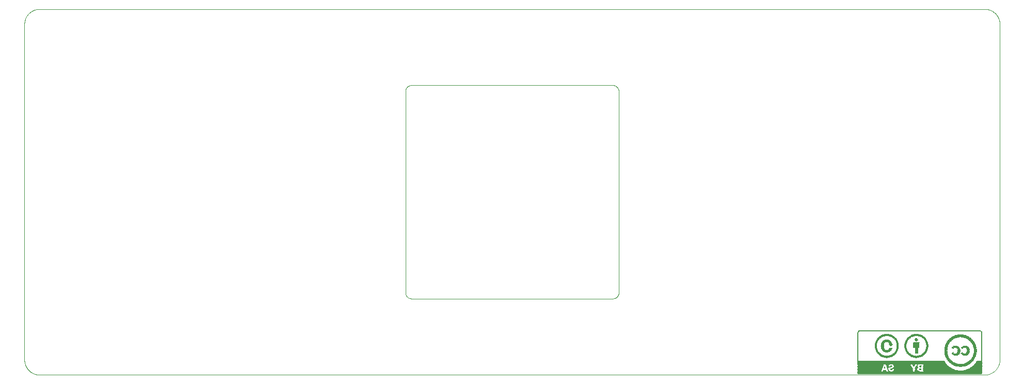
<source format=gbo>
G75*
%MOIN*%
%OFA0B0*%
%FSLAX25Y25*%
%IPPOS*%
%LPD*%
%AMOC8*
5,1,8,0,0,1.08239X$1,22.5*
%
%ADD10C,0.00039*%
%ADD11C,0.00000*%
%ADD12R,0.79800X0.00200*%
%ADD13R,0.80200X0.00200*%
%ADD14R,0.80600X0.00200*%
%ADD15R,0.38200X0.00200*%
%ADD16R,0.03400X0.00200*%
%ADD17R,0.13400X0.00200*%
%ADD18R,0.01200X0.00200*%
%ADD19R,0.02400X0.00200*%
%ADD20R,0.15600X0.00200*%
%ADD21R,0.12800X0.00200*%
%ADD22R,0.00800X0.00200*%
%ADD23R,0.02200X0.00200*%
%ADD24R,0.15400X0.00200*%
%ADD25R,0.02000X0.00200*%
%ADD26R,0.12600X0.00200*%
%ADD27R,0.00400X0.00200*%
%ADD28R,0.12200X0.00200*%
%ADD29R,0.22400X0.00200*%
%ADD30R,0.01800X0.00200*%
%ADD31R,0.12400X0.00200*%
%ADD32R,0.11200X0.00200*%
%ADD33R,0.21400X0.00200*%
%ADD34R,0.10600X0.00200*%
%ADD35R,0.20600X0.00200*%
%ADD36R,0.01400X0.00200*%
%ADD37R,0.01600X0.00200*%
%ADD38R,0.15800X0.00200*%
%ADD39R,0.10000X0.00200*%
%ADD40R,0.20200X0.00200*%
%ADD41R,0.00600X0.00200*%
%ADD42R,0.09400X0.00200*%
%ADD43R,0.19600X0.00200*%
%ADD44R,0.12000X0.00200*%
%ADD45R,0.09000X0.00200*%
%ADD46R,0.19200X0.00200*%
%ADD47R,0.16000X0.00200*%
%ADD48R,0.08600X0.00200*%
%ADD49R,0.18800X0.00200*%
%ADD50R,0.14000X0.00200*%
%ADD51R,0.08200X0.00200*%
%ADD52R,0.18400X0.00200*%
%ADD53R,0.13200X0.00200*%
%ADD54R,0.16200X0.00200*%
%ADD55R,0.07800X0.00200*%
%ADD56R,0.18000X0.00200*%
%ADD57R,0.01000X0.00200*%
%ADD58R,0.07600X0.00200*%
%ADD59R,0.17600X0.00200*%
%ADD60R,0.07200X0.00200*%
%ADD61R,0.17400X0.00200*%
%ADD62R,0.11800X0.00200*%
%ADD63R,0.16400X0.00200*%
%ADD64R,0.07000X0.00200*%
%ADD65R,0.17200X0.00200*%
%ADD66R,0.11600X0.00200*%
%ADD67R,0.02600X0.00200*%
%ADD68R,0.00200X0.00200*%
%ADD69R,0.06600X0.00200*%
%ADD70R,0.16800X0.00200*%
%ADD71R,0.11400X0.00200*%
%ADD72R,0.06400X0.00200*%
%ADD73R,0.04800X0.00200*%
%ADD74R,0.16600X0.00200*%
%ADD75R,0.06200X0.00200*%
%ADD76R,0.06000X0.00200*%
%ADD77R,0.07400X0.00200*%
%ADD78R,0.11000X0.00200*%
%ADD79R,0.05800X0.00200*%
%ADD80R,0.08400X0.00200*%
%ADD81R,0.05600X0.00200*%
%ADD82R,0.09200X0.00200*%
%ADD83R,0.05400X0.00200*%
%ADD84R,0.17000X0.00200*%
%ADD85R,0.05200X0.00200*%
%ADD86R,0.05000X0.00200*%
%ADD87R,0.35000X0.00200*%
%ADD88R,0.21200X0.00200*%
%ADD89R,0.04600X0.00200*%
%ADD90R,0.57400X0.00200*%
%ADD91R,0.04000X0.00200*%
%ADD92R,0.57200X0.00200*%
%ADD93R,0.04400X0.00200*%
%ADD94R,0.03600X0.00200*%
%ADD95R,0.57000X0.00200*%
%ADD96R,0.03200X0.00200*%
%ADD97R,0.56800X0.00200*%
%ADD98R,0.04200X0.00200*%
%ADD99R,0.03000X0.00200*%
%ADD100R,0.02800X0.00200*%
%ADD101R,0.56600X0.00200*%
%ADD102R,0.03800X0.00200*%
%ADD103R,0.56400X0.00200*%
%ADD104R,0.56200X0.00200*%
%ADD105R,0.09800X0.00200*%
%ADD106R,0.06800X0.00200*%
%ADD107R,0.79400X0.00200*%
%ADD108R,0.79000X0.00200*%
%ADD109R,0.77800X0.00200*%
D10*
X0032245Y0014343D02*
X0032245Y0230878D01*
X0032244Y0230878D02*
X0032247Y0231116D01*
X0032255Y0231354D01*
X0032270Y0231591D01*
X0032290Y0231828D01*
X0032316Y0232064D01*
X0032347Y0232300D01*
X0032384Y0232535D01*
X0032427Y0232769D01*
X0032476Y0233002D01*
X0032530Y0233234D01*
X0032590Y0233464D01*
X0032655Y0233693D01*
X0032726Y0233920D01*
X0032802Y0234145D01*
X0032884Y0234368D01*
X0032971Y0234590D01*
X0033063Y0234809D01*
X0033161Y0235026D01*
X0033263Y0235240D01*
X0033371Y0235452D01*
X0033485Y0235662D01*
X0033603Y0235868D01*
X0033726Y0236072D01*
X0033854Y0236272D01*
X0033986Y0236469D01*
X0034124Y0236664D01*
X0034266Y0236854D01*
X0034413Y0237042D01*
X0034564Y0237225D01*
X0034719Y0237405D01*
X0034879Y0237581D01*
X0035043Y0237753D01*
X0035212Y0237922D01*
X0035384Y0238086D01*
X0035560Y0238246D01*
X0035740Y0238401D01*
X0035923Y0238552D01*
X0036111Y0238699D01*
X0036301Y0238841D01*
X0036496Y0238979D01*
X0036693Y0239111D01*
X0036893Y0239239D01*
X0037097Y0239362D01*
X0037303Y0239480D01*
X0037513Y0239594D01*
X0037725Y0239702D01*
X0037939Y0239804D01*
X0038156Y0239902D01*
X0038375Y0239994D01*
X0038597Y0240081D01*
X0038820Y0240163D01*
X0039045Y0240239D01*
X0039272Y0240310D01*
X0039501Y0240375D01*
X0039731Y0240435D01*
X0039963Y0240489D01*
X0040196Y0240538D01*
X0040430Y0240581D01*
X0040665Y0240618D01*
X0040901Y0240649D01*
X0041137Y0240675D01*
X0041374Y0240695D01*
X0041611Y0240710D01*
X0041849Y0240718D01*
X0042087Y0240721D01*
X0042087Y0240720D02*
X0652323Y0240720D01*
X0652323Y0240721D02*
X0652561Y0240718D01*
X0652799Y0240710D01*
X0653036Y0240695D01*
X0653273Y0240675D01*
X0653509Y0240649D01*
X0653745Y0240618D01*
X0653980Y0240581D01*
X0654214Y0240538D01*
X0654447Y0240489D01*
X0654679Y0240435D01*
X0654909Y0240375D01*
X0655138Y0240310D01*
X0655365Y0240239D01*
X0655590Y0240163D01*
X0655813Y0240081D01*
X0656035Y0239994D01*
X0656254Y0239902D01*
X0656471Y0239804D01*
X0656685Y0239702D01*
X0656897Y0239594D01*
X0657107Y0239480D01*
X0657313Y0239362D01*
X0657517Y0239239D01*
X0657717Y0239111D01*
X0657914Y0238979D01*
X0658109Y0238841D01*
X0658299Y0238699D01*
X0658487Y0238552D01*
X0658670Y0238401D01*
X0658850Y0238246D01*
X0659026Y0238086D01*
X0659198Y0237922D01*
X0659367Y0237753D01*
X0659531Y0237581D01*
X0659691Y0237405D01*
X0659846Y0237225D01*
X0659997Y0237042D01*
X0660144Y0236854D01*
X0660286Y0236664D01*
X0660424Y0236469D01*
X0660556Y0236272D01*
X0660684Y0236072D01*
X0660807Y0235868D01*
X0660925Y0235662D01*
X0661039Y0235452D01*
X0661147Y0235240D01*
X0661249Y0235026D01*
X0661347Y0234809D01*
X0661439Y0234590D01*
X0661526Y0234368D01*
X0661608Y0234145D01*
X0661684Y0233920D01*
X0661755Y0233693D01*
X0661820Y0233464D01*
X0661880Y0233234D01*
X0661934Y0233002D01*
X0661983Y0232769D01*
X0662026Y0232535D01*
X0662063Y0232300D01*
X0662094Y0232064D01*
X0662120Y0231828D01*
X0662140Y0231591D01*
X0662155Y0231354D01*
X0662163Y0231116D01*
X0662166Y0230878D01*
X0662166Y0014343D01*
X0662163Y0014105D01*
X0662155Y0013867D01*
X0662140Y0013630D01*
X0662120Y0013393D01*
X0662094Y0013157D01*
X0662063Y0012921D01*
X0662026Y0012686D01*
X0661983Y0012452D01*
X0661934Y0012219D01*
X0661880Y0011987D01*
X0661820Y0011757D01*
X0661755Y0011528D01*
X0661684Y0011301D01*
X0661608Y0011076D01*
X0661526Y0010853D01*
X0661439Y0010631D01*
X0661347Y0010412D01*
X0661249Y0010195D01*
X0661147Y0009981D01*
X0661039Y0009769D01*
X0660925Y0009559D01*
X0660807Y0009353D01*
X0660684Y0009149D01*
X0660556Y0008949D01*
X0660424Y0008752D01*
X0660286Y0008557D01*
X0660144Y0008367D01*
X0659997Y0008179D01*
X0659846Y0007996D01*
X0659691Y0007816D01*
X0659531Y0007640D01*
X0659367Y0007468D01*
X0659198Y0007299D01*
X0659026Y0007135D01*
X0658850Y0006975D01*
X0658670Y0006820D01*
X0658487Y0006669D01*
X0658299Y0006522D01*
X0658109Y0006380D01*
X0657914Y0006242D01*
X0657717Y0006110D01*
X0657517Y0005982D01*
X0657313Y0005859D01*
X0657107Y0005741D01*
X0656897Y0005627D01*
X0656685Y0005519D01*
X0656471Y0005417D01*
X0656254Y0005319D01*
X0656035Y0005227D01*
X0655813Y0005140D01*
X0655590Y0005058D01*
X0655365Y0004982D01*
X0655138Y0004911D01*
X0654909Y0004846D01*
X0654679Y0004786D01*
X0654447Y0004732D01*
X0654214Y0004683D01*
X0653980Y0004640D01*
X0653745Y0004603D01*
X0653509Y0004572D01*
X0653273Y0004546D01*
X0653036Y0004526D01*
X0652799Y0004511D01*
X0652561Y0004503D01*
X0652323Y0004500D01*
X0042087Y0004500D01*
X0041849Y0004503D01*
X0041611Y0004511D01*
X0041374Y0004526D01*
X0041137Y0004546D01*
X0040901Y0004572D01*
X0040665Y0004603D01*
X0040430Y0004640D01*
X0040196Y0004683D01*
X0039963Y0004732D01*
X0039731Y0004786D01*
X0039501Y0004846D01*
X0039272Y0004911D01*
X0039045Y0004982D01*
X0038820Y0005058D01*
X0038597Y0005140D01*
X0038375Y0005227D01*
X0038156Y0005319D01*
X0037939Y0005417D01*
X0037725Y0005519D01*
X0037513Y0005627D01*
X0037303Y0005741D01*
X0037097Y0005859D01*
X0036893Y0005982D01*
X0036693Y0006110D01*
X0036496Y0006242D01*
X0036301Y0006380D01*
X0036111Y0006522D01*
X0035923Y0006669D01*
X0035740Y0006820D01*
X0035560Y0006975D01*
X0035384Y0007135D01*
X0035212Y0007299D01*
X0035043Y0007468D01*
X0034879Y0007640D01*
X0034719Y0007816D01*
X0034564Y0007996D01*
X0034413Y0008179D01*
X0034266Y0008367D01*
X0034124Y0008557D01*
X0033986Y0008752D01*
X0033854Y0008949D01*
X0033726Y0009149D01*
X0033603Y0009353D01*
X0033485Y0009559D01*
X0033371Y0009769D01*
X0033263Y0009981D01*
X0033161Y0010195D01*
X0033063Y0010412D01*
X0032971Y0010631D01*
X0032884Y0010853D01*
X0032802Y0011076D01*
X0032726Y0011301D01*
X0032655Y0011528D01*
X0032590Y0011757D01*
X0032530Y0011987D01*
X0032476Y0012219D01*
X0032427Y0012452D01*
X0032384Y0012686D01*
X0032347Y0012921D01*
X0032316Y0013157D01*
X0032290Y0013393D01*
X0032270Y0013630D01*
X0032255Y0013867D01*
X0032247Y0014105D01*
X0032244Y0014343D01*
D11*
X0278308Y0057650D02*
X0278308Y0187571D01*
X0278310Y0187695D01*
X0278316Y0187818D01*
X0278325Y0187942D01*
X0278339Y0188064D01*
X0278356Y0188187D01*
X0278378Y0188309D01*
X0278403Y0188430D01*
X0278432Y0188550D01*
X0278464Y0188669D01*
X0278501Y0188788D01*
X0278541Y0188905D01*
X0278584Y0189020D01*
X0278632Y0189135D01*
X0278683Y0189247D01*
X0278737Y0189358D01*
X0278795Y0189468D01*
X0278856Y0189575D01*
X0278921Y0189681D01*
X0278989Y0189784D01*
X0279060Y0189885D01*
X0279134Y0189984D01*
X0279211Y0190081D01*
X0279292Y0190175D01*
X0279375Y0190266D01*
X0279461Y0190355D01*
X0279550Y0190441D01*
X0279641Y0190524D01*
X0279735Y0190605D01*
X0279832Y0190682D01*
X0279931Y0190756D01*
X0280032Y0190827D01*
X0280135Y0190895D01*
X0280241Y0190960D01*
X0280348Y0191021D01*
X0280458Y0191079D01*
X0280569Y0191133D01*
X0280681Y0191184D01*
X0280796Y0191232D01*
X0280911Y0191275D01*
X0281028Y0191315D01*
X0281147Y0191352D01*
X0281266Y0191384D01*
X0281386Y0191413D01*
X0281507Y0191438D01*
X0281629Y0191460D01*
X0281752Y0191477D01*
X0281874Y0191491D01*
X0281998Y0191500D01*
X0282121Y0191506D01*
X0282245Y0191508D01*
X0412166Y0191508D01*
X0412290Y0191506D01*
X0412413Y0191500D01*
X0412537Y0191491D01*
X0412659Y0191477D01*
X0412782Y0191460D01*
X0412904Y0191438D01*
X0413025Y0191413D01*
X0413145Y0191384D01*
X0413264Y0191352D01*
X0413383Y0191315D01*
X0413500Y0191275D01*
X0413615Y0191232D01*
X0413730Y0191184D01*
X0413842Y0191133D01*
X0413953Y0191079D01*
X0414063Y0191021D01*
X0414170Y0190960D01*
X0414276Y0190895D01*
X0414379Y0190827D01*
X0414480Y0190756D01*
X0414579Y0190682D01*
X0414676Y0190605D01*
X0414770Y0190524D01*
X0414861Y0190441D01*
X0414950Y0190355D01*
X0415036Y0190266D01*
X0415119Y0190175D01*
X0415200Y0190081D01*
X0415277Y0189984D01*
X0415351Y0189885D01*
X0415422Y0189784D01*
X0415490Y0189681D01*
X0415555Y0189575D01*
X0415616Y0189468D01*
X0415674Y0189358D01*
X0415728Y0189247D01*
X0415779Y0189135D01*
X0415827Y0189020D01*
X0415870Y0188905D01*
X0415910Y0188788D01*
X0415947Y0188669D01*
X0415979Y0188550D01*
X0416008Y0188430D01*
X0416033Y0188309D01*
X0416055Y0188187D01*
X0416072Y0188064D01*
X0416086Y0187942D01*
X0416095Y0187818D01*
X0416101Y0187695D01*
X0416103Y0187571D01*
X0416103Y0057650D01*
X0416101Y0057526D01*
X0416095Y0057403D01*
X0416086Y0057279D01*
X0416072Y0057157D01*
X0416055Y0057034D01*
X0416033Y0056912D01*
X0416008Y0056791D01*
X0415979Y0056671D01*
X0415947Y0056552D01*
X0415910Y0056433D01*
X0415870Y0056316D01*
X0415827Y0056201D01*
X0415779Y0056086D01*
X0415728Y0055974D01*
X0415674Y0055863D01*
X0415616Y0055753D01*
X0415555Y0055646D01*
X0415490Y0055540D01*
X0415422Y0055437D01*
X0415351Y0055336D01*
X0415277Y0055237D01*
X0415200Y0055140D01*
X0415119Y0055046D01*
X0415036Y0054955D01*
X0414950Y0054866D01*
X0414861Y0054780D01*
X0414770Y0054697D01*
X0414676Y0054616D01*
X0414579Y0054539D01*
X0414480Y0054465D01*
X0414379Y0054394D01*
X0414276Y0054326D01*
X0414170Y0054261D01*
X0414063Y0054200D01*
X0413953Y0054142D01*
X0413842Y0054088D01*
X0413730Y0054037D01*
X0413615Y0053989D01*
X0413500Y0053946D01*
X0413383Y0053906D01*
X0413264Y0053869D01*
X0413145Y0053837D01*
X0413025Y0053808D01*
X0412904Y0053783D01*
X0412782Y0053761D01*
X0412659Y0053744D01*
X0412537Y0053730D01*
X0412413Y0053721D01*
X0412290Y0053715D01*
X0412166Y0053713D01*
X0282245Y0053713D01*
X0282121Y0053715D01*
X0281998Y0053721D01*
X0281874Y0053730D01*
X0281752Y0053744D01*
X0281629Y0053761D01*
X0281507Y0053783D01*
X0281386Y0053808D01*
X0281266Y0053837D01*
X0281147Y0053869D01*
X0281028Y0053906D01*
X0280911Y0053946D01*
X0280796Y0053989D01*
X0280681Y0054037D01*
X0280569Y0054088D01*
X0280458Y0054142D01*
X0280348Y0054200D01*
X0280241Y0054261D01*
X0280135Y0054326D01*
X0280032Y0054394D01*
X0279931Y0054465D01*
X0279832Y0054539D01*
X0279735Y0054616D01*
X0279641Y0054697D01*
X0279550Y0054780D01*
X0279461Y0054866D01*
X0279375Y0054955D01*
X0279292Y0055046D01*
X0279211Y0055140D01*
X0279134Y0055237D01*
X0279060Y0055336D01*
X0278989Y0055437D01*
X0278921Y0055540D01*
X0278856Y0055646D01*
X0278795Y0055753D01*
X0278737Y0055863D01*
X0278683Y0055974D01*
X0278632Y0056086D01*
X0278584Y0056201D01*
X0278541Y0056316D01*
X0278501Y0056433D01*
X0278464Y0056552D01*
X0278432Y0056671D01*
X0278403Y0056791D01*
X0278378Y0056912D01*
X0278356Y0057034D01*
X0278339Y0057157D01*
X0278325Y0057279D01*
X0278316Y0057403D01*
X0278310Y0057526D01*
X0278308Y0057650D01*
D12*
X0610545Y0005000D03*
D13*
X0610545Y0005200D03*
D14*
X0610545Y0005400D03*
X0610545Y0005600D03*
X0610545Y0005800D03*
X0610545Y0006000D03*
X0610545Y0006200D03*
X0610545Y0006400D03*
D15*
X0631745Y0006600D03*
X0631745Y0006800D03*
X0631745Y0007000D03*
D16*
X0632145Y0011800D03*
X0631745Y0012000D03*
X0608745Y0006600D03*
X0590745Y0009600D03*
X0631745Y0028000D03*
X0641745Y0028000D03*
X0605545Y0029400D03*
D17*
X0599545Y0006600D03*
D18*
X0592045Y0007600D03*
X0590645Y0006600D03*
X0589645Y0009800D03*
X0592045Y0009800D03*
X0592045Y0010000D03*
X0606645Y0010600D03*
X0611045Y0010200D03*
X0631845Y0018400D03*
X0637845Y0018400D03*
X0615245Y0021600D03*
X0615245Y0021800D03*
X0615245Y0022000D03*
X0615245Y0022200D03*
X0615445Y0023000D03*
X0615445Y0023200D03*
X0615245Y0024000D03*
X0615245Y0024200D03*
X0615245Y0024400D03*
X0615245Y0024600D03*
X0615045Y0025200D03*
X0608245Y0026200D03*
X0608245Y0027800D03*
X0601645Y0025600D03*
X0601645Y0025400D03*
X0601445Y0024800D03*
X0601245Y0024200D03*
X0601245Y0024000D03*
X0601245Y0023800D03*
X0601245Y0023600D03*
X0601245Y0023400D03*
X0601245Y0023200D03*
X0601245Y0023000D03*
X0601245Y0022800D03*
X0601245Y0022600D03*
X0601245Y0022400D03*
X0601245Y0022200D03*
X0601245Y0022000D03*
X0601245Y0021800D03*
X0601445Y0021200D03*
X0601645Y0020600D03*
X0596245Y0021800D03*
X0596245Y0022000D03*
X0596245Y0022200D03*
X0596245Y0022400D03*
X0596245Y0022600D03*
X0596245Y0022800D03*
X0596245Y0023000D03*
X0596245Y0023200D03*
X0596245Y0023400D03*
X0596245Y0023600D03*
X0596245Y0023800D03*
X0596245Y0024000D03*
X0596245Y0024200D03*
X0596045Y0024800D03*
X0596045Y0025000D03*
X0595845Y0025400D03*
X0596045Y0021200D03*
X0595845Y0020600D03*
X0582645Y0020400D03*
X0582445Y0020800D03*
X0582445Y0021000D03*
X0582245Y0021600D03*
X0582245Y0021800D03*
X0582245Y0022000D03*
X0582245Y0022200D03*
X0582245Y0022400D03*
X0582245Y0023600D03*
X0582245Y0023800D03*
X0582245Y0024000D03*
X0582245Y0024200D03*
X0582245Y0024400D03*
X0582245Y0024600D03*
X0582445Y0025000D03*
X0582445Y0025200D03*
X0614845Y0020400D03*
X0615045Y0021000D03*
D19*
X0604445Y0017200D03*
X0593045Y0017200D03*
X0592645Y0017000D03*
X0591045Y0020400D03*
X0592845Y0029000D03*
X0585445Y0029000D03*
X0604645Y0029000D03*
X0612045Y0029000D03*
X0629245Y0025800D03*
X0629445Y0026000D03*
X0629645Y0026200D03*
X0629845Y0026400D03*
X0633645Y0017000D03*
X0629245Y0014200D03*
X0629045Y0014400D03*
X0639645Y0017000D03*
X0643645Y0013400D03*
X0643845Y0013600D03*
X0644045Y0013800D03*
X0644445Y0025600D03*
X0643845Y0026400D03*
X0608445Y0006800D03*
X0589645Y0011000D03*
X0587845Y0006600D03*
D20*
X0578045Y0006600D03*
X0578045Y0007000D03*
X0578045Y0007200D03*
X0578045Y0007400D03*
X0620445Y0010600D03*
D21*
X0599645Y0006800D03*
D22*
X0606645Y0010200D03*
X0608645Y0010200D03*
X0608645Y0010000D03*
X0608845Y0010600D03*
X0609045Y0010800D03*
X0609245Y0011000D03*
X0590445Y0006800D03*
X0589845Y0008400D03*
X0589845Y0008600D03*
X0587845Y0008600D03*
X0631845Y0018600D03*
X0632045Y0021400D03*
X0638045Y0021400D03*
X0650045Y0032400D03*
X0571045Y0032400D03*
D23*
X0585145Y0028800D03*
X0587145Y0025400D03*
X0586945Y0025200D03*
X0591145Y0025400D03*
X0591745Y0023800D03*
X0587145Y0020600D03*
X0586945Y0020800D03*
X0585145Y0017400D03*
X0585345Y0017200D03*
X0584745Y0017600D03*
X0593345Y0017400D03*
X0604145Y0017400D03*
X0608345Y0018200D03*
X0608345Y0018400D03*
X0608345Y0018600D03*
X0608345Y0018800D03*
X0608345Y0019000D03*
X0608345Y0019200D03*
X0608345Y0019400D03*
X0608345Y0019600D03*
X0608345Y0019800D03*
X0608345Y0020000D03*
X0608345Y0020200D03*
X0608345Y0020400D03*
X0608345Y0020600D03*
X0608345Y0020800D03*
X0608345Y0021000D03*
X0608345Y0021200D03*
X0608345Y0021400D03*
X0608345Y0021600D03*
X0608345Y0021800D03*
X0612145Y0017200D03*
X0628745Y0014800D03*
X0628945Y0014600D03*
X0629345Y0014000D03*
X0629545Y0013800D03*
X0635145Y0021800D03*
X0641145Y0021800D03*
X0645345Y0024200D03*
X0645145Y0024600D03*
X0644945Y0025000D03*
X0644745Y0025200D03*
X0644545Y0025400D03*
X0644345Y0025800D03*
X0644145Y0026000D03*
X0643945Y0026200D03*
X0629145Y0025600D03*
X0628945Y0025400D03*
X0628545Y0024800D03*
X0628345Y0024400D03*
X0612345Y0028800D03*
X0604345Y0028800D03*
X0603945Y0028600D03*
X0593545Y0028600D03*
X0593145Y0028800D03*
X0587945Y0006800D03*
X0644145Y0014000D03*
X0644345Y0014200D03*
X0644545Y0014400D03*
X0644745Y0014600D03*
X0644745Y0014800D03*
X0644945Y0015000D03*
D24*
X0620345Y0011000D03*
X0620345Y0010800D03*
X0577945Y0006800D03*
D25*
X0587845Y0007000D03*
X0589645Y0010800D03*
X0593645Y0017600D03*
X0593845Y0017800D03*
X0591245Y0020600D03*
X0591445Y0020800D03*
X0589245Y0019000D03*
X0586645Y0021200D03*
X0586445Y0021600D03*
X0586245Y0023000D03*
X0586645Y0024800D03*
X0584645Y0028400D03*
X0584845Y0028600D03*
X0591245Y0025200D03*
X0591445Y0025000D03*
X0593845Y0028400D03*
X0603645Y0028400D03*
X0608245Y0027200D03*
X0608245Y0027000D03*
X0608245Y0026800D03*
X0612645Y0028600D03*
X0612845Y0028400D03*
X0613045Y0028200D03*
X0627845Y0023400D03*
X0628045Y0023800D03*
X0628245Y0024200D03*
X0628445Y0024600D03*
X0628645Y0025000D03*
X0628845Y0025200D03*
X0627645Y0022600D03*
X0632045Y0021800D03*
X0633645Y0023000D03*
X0635245Y0021600D03*
X0638045Y0021800D03*
X0639645Y0023000D03*
X0645045Y0024800D03*
X0645245Y0024400D03*
X0645445Y0024000D03*
X0645645Y0023600D03*
X0645845Y0023000D03*
X0646045Y0022400D03*
X0646045Y0017600D03*
X0645845Y0016800D03*
X0645645Y0016400D03*
X0645645Y0016200D03*
X0645445Y0016000D03*
X0645445Y0015800D03*
X0645245Y0015600D03*
X0645245Y0015400D03*
X0645045Y0015200D03*
X0641445Y0018400D03*
X0641245Y0018200D03*
X0635245Y0018200D03*
X0628645Y0015000D03*
X0628445Y0015200D03*
X0628445Y0015400D03*
X0628245Y0015600D03*
X0628245Y0015800D03*
X0628045Y0016000D03*
X0628045Y0016200D03*
X0627845Y0016600D03*
X0627645Y0017200D03*
X0612645Y0017600D03*
X0612445Y0017400D03*
X0603845Y0017600D03*
X0603645Y0017800D03*
X0608245Y0007000D03*
X0636645Y0009600D03*
D26*
X0599745Y0007000D03*
X0599545Y0008800D03*
D27*
X0606645Y0009800D03*
X0590245Y0007200D03*
X0590245Y0007000D03*
X0590045Y0007400D03*
X0590045Y0007600D03*
X0589845Y0008000D03*
X0587845Y0009200D03*
X0632045Y0018800D03*
X0633645Y0016800D03*
X0638245Y0021200D03*
X0650445Y0031800D03*
X0570645Y0031800D03*
D28*
X0599545Y0009000D03*
X0599945Y0008200D03*
X0599945Y0007800D03*
X0599945Y0007600D03*
X0599945Y0007400D03*
X0644745Y0007200D03*
D29*
X0623845Y0007200D03*
D30*
X0608545Y0009000D03*
X0608545Y0009200D03*
X0608145Y0008600D03*
X0608145Y0007400D03*
X0608145Y0007200D03*
X0606545Y0011000D03*
X0603345Y0018000D03*
X0603145Y0018200D03*
X0602945Y0018400D03*
X0594345Y0018200D03*
X0594145Y0018000D03*
X0591545Y0021000D03*
X0591545Y0021200D03*
X0591745Y0021400D03*
X0591745Y0021600D03*
X0591745Y0023600D03*
X0591745Y0024200D03*
X0591545Y0024600D03*
X0591545Y0024800D03*
X0594345Y0027800D03*
X0594145Y0028000D03*
X0593945Y0028200D03*
X0594745Y0027400D03*
X0602745Y0027400D03*
X0603145Y0027800D03*
X0603345Y0028000D03*
X0603545Y0028200D03*
X0608345Y0027400D03*
X0608345Y0026600D03*
X0613345Y0028000D03*
X0627745Y0023200D03*
X0627745Y0023000D03*
X0627745Y0022800D03*
X0627545Y0022400D03*
X0627545Y0022200D03*
X0627545Y0022000D03*
X0627345Y0021600D03*
X0627345Y0021400D03*
X0627345Y0021200D03*
X0627345Y0021000D03*
X0627345Y0020800D03*
X0627345Y0020600D03*
X0627345Y0020400D03*
X0627345Y0020200D03*
X0627345Y0019600D03*
X0627345Y0019400D03*
X0627345Y0019200D03*
X0627345Y0019000D03*
X0627345Y0018800D03*
X0627345Y0018600D03*
X0627345Y0018400D03*
X0627545Y0017800D03*
X0627545Y0017600D03*
X0627545Y0017400D03*
X0627745Y0017000D03*
X0627745Y0016800D03*
X0627945Y0016400D03*
X0635345Y0018400D03*
X0635545Y0018600D03*
X0635545Y0018800D03*
X0635745Y0019200D03*
X0635745Y0019400D03*
X0635745Y0019600D03*
X0635745Y0019800D03*
X0635745Y0020000D03*
X0635745Y0020200D03*
X0635745Y0020400D03*
X0635745Y0020600D03*
X0635545Y0021200D03*
X0635545Y0021400D03*
X0641345Y0021600D03*
X0641545Y0021400D03*
X0641545Y0021200D03*
X0641745Y0021000D03*
X0641745Y0020800D03*
X0641745Y0020600D03*
X0641745Y0020400D03*
X0641745Y0019600D03*
X0641745Y0019400D03*
X0641745Y0019200D03*
X0641745Y0019000D03*
X0641545Y0018800D03*
X0641545Y0018600D03*
X0637945Y0018200D03*
X0645745Y0016600D03*
X0645945Y0017000D03*
X0645945Y0017200D03*
X0645945Y0017400D03*
X0646145Y0017800D03*
X0646145Y0018000D03*
X0646145Y0018200D03*
X0646345Y0019000D03*
X0646345Y0019200D03*
X0646345Y0019400D03*
X0646345Y0019600D03*
X0646345Y0019800D03*
X0646345Y0020000D03*
X0646345Y0020200D03*
X0646345Y0020400D03*
X0646345Y0020600D03*
X0646345Y0020800D03*
X0646145Y0021600D03*
X0646145Y0021800D03*
X0646145Y0022000D03*
X0646145Y0022200D03*
X0645945Y0022600D03*
X0645945Y0022800D03*
X0645745Y0023200D03*
X0645745Y0023400D03*
X0645545Y0023800D03*
X0628145Y0024000D03*
X0627945Y0023600D03*
X0613745Y0018600D03*
X0613545Y0018400D03*
X0613345Y0018200D03*
X0613145Y0018000D03*
X0612945Y0017800D03*
X0590145Y0009200D03*
X0589545Y0010600D03*
X0587945Y0007400D03*
X0587945Y0007200D03*
X0584545Y0017800D03*
X0584345Y0018000D03*
X0584145Y0018200D03*
X0583945Y0018400D03*
X0583545Y0018800D03*
X0586745Y0021000D03*
X0586545Y0021400D03*
X0586345Y0021800D03*
X0586345Y0022000D03*
X0586345Y0022200D03*
X0586345Y0022400D03*
X0586345Y0022600D03*
X0586345Y0022800D03*
X0586345Y0023200D03*
X0586345Y0023400D03*
X0586345Y0023600D03*
X0586345Y0023800D03*
X0586345Y0024000D03*
X0586345Y0024200D03*
X0586545Y0024400D03*
X0586545Y0024600D03*
X0586745Y0025000D03*
X0583945Y0027800D03*
X0584145Y0028000D03*
X0584345Y0028200D03*
D31*
X0599845Y0007200D03*
D32*
X0599445Y0010000D03*
X0599245Y0010400D03*
X0599045Y0010800D03*
X0598845Y0011000D03*
X0636845Y0028800D03*
X0645245Y0007400D03*
D33*
X0623345Y0007400D03*
D34*
X0636745Y0011000D03*
X0645545Y0007600D03*
X0636745Y0029000D03*
D35*
X0622945Y0007600D03*
D36*
X0610945Y0007600D03*
X0610945Y0009600D03*
X0610945Y0009800D03*
X0610945Y0010000D03*
X0608545Y0009600D03*
X0608545Y0009400D03*
X0589945Y0009000D03*
X0589545Y0010000D03*
X0595145Y0019200D03*
X0595345Y0019600D03*
X0595545Y0019800D03*
X0595545Y0020000D03*
X0595745Y0020200D03*
X0595745Y0020400D03*
X0595945Y0020800D03*
X0595945Y0021000D03*
X0596145Y0021400D03*
X0596145Y0021600D03*
X0596145Y0024400D03*
X0596145Y0024600D03*
X0595945Y0025200D03*
X0595745Y0025600D03*
X0595745Y0025800D03*
X0595545Y0026200D03*
X0595345Y0026400D03*
X0595345Y0026600D03*
X0595145Y0026800D03*
X0589345Y0027000D03*
X0583345Y0027000D03*
X0583145Y0026600D03*
X0582945Y0026400D03*
X0582745Y0026000D03*
X0582745Y0025800D03*
X0582545Y0025600D03*
X0582545Y0025400D03*
X0582345Y0024800D03*
X0582145Y0023400D03*
X0582145Y0023200D03*
X0582145Y0023000D03*
X0582145Y0022800D03*
X0582145Y0022600D03*
X0582345Y0021400D03*
X0582345Y0021200D03*
X0582545Y0020600D03*
X0582745Y0020200D03*
X0582745Y0020000D03*
X0582945Y0019800D03*
X0582945Y0019600D03*
X0583145Y0019400D03*
X0591745Y0023400D03*
X0601345Y0024400D03*
X0601345Y0024600D03*
X0601545Y0025000D03*
X0601545Y0025200D03*
X0601745Y0025800D03*
X0601945Y0026200D03*
X0602145Y0026600D03*
X0602345Y0026800D03*
X0601345Y0021600D03*
X0601345Y0021400D03*
X0601545Y0021000D03*
X0601545Y0020800D03*
X0601745Y0020400D03*
X0601745Y0020200D03*
X0601945Y0020000D03*
X0601945Y0019800D03*
X0602145Y0019600D03*
X0602345Y0019200D03*
X0614345Y0019400D03*
X0614545Y0019800D03*
X0614745Y0020000D03*
X0614745Y0020200D03*
X0614945Y0020600D03*
X0614945Y0020800D03*
X0615145Y0021200D03*
X0615145Y0021400D03*
X0615345Y0022400D03*
X0615345Y0022600D03*
X0615345Y0022800D03*
X0615345Y0023400D03*
X0615345Y0023600D03*
X0615345Y0023800D03*
X0615145Y0024800D03*
X0615145Y0025000D03*
X0614945Y0025400D03*
X0614945Y0025600D03*
X0614745Y0025800D03*
X0614745Y0026000D03*
X0614545Y0026200D03*
X0614545Y0026400D03*
X0614345Y0026600D03*
X0631945Y0021600D03*
X0637945Y0021600D03*
D37*
X0635645Y0021000D03*
X0635645Y0020800D03*
X0635645Y0019000D03*
X0631845Y0018200D03*
X0627445Y0018200D03*
X0627445Y0018000D03*
X0627245Y0019800D03*
X0627245Y0020000D03*
X0627445Y0021800D03*
X0614445Y0019600D03*
X0614245Y0019200D03*
X0614045Y0019000D03*
X0613845Y0018800D03*
X0608245Y0015400D03*
X0606645Y0010800D03*
X0608245Y0008800D03*
X0608045Y0008400D03*
X0608045Y0008200D03*
X0608045Y0008000D03*
X0608045Y0007800D03*
X0608045Y0007600D03*
X0610845Y0007800D03*
X0610845Y0008000D03*
X0610845Y0008200D03*
X0610845Y0008400D03*
X0592245Y0008200D03*
X0592045Y0008000D03*
X0592045Y0007800D03*
X0589645Y0010200D03*
X0589645Y0010400D03*
X0589245Y0015400D03*
X0594445Y0018400D03*
X0594645Y0018600D03*
X0594845Y0018800D03*
X0595045Y0019000D03*
X0595245Y0019400D03*
X0602245Y0019400D03*
X0602445Y0019000D03*
X0602645Y0018800D03*
X0602845Y0018600D03*
X0601845Y0026000D03*
X0602045Y0026400D03*
X0602445Y0027000D03*
X0602645Y0027200D03*
X0602845Y0027600D03*
X0608245Y0027600D03*
X0608245Y0026400D03*
X0613445Y0027800D03*
X0613645Y0027600D03*
X0613845Y0027400D03*
X0614045Y0027200D03*
X0614045Y0027000D03*
X0614245Y0026800D03*
X0595645Y0026000D03*
X0595045Y0027000D03*
X0594845Y0027200D03*
X0594645Y0027600D03*
X0591645Y0024400D03*
X0583845Y0027600D03*
X0583645Y0027400D03*
X0583445Y0027200D03*
X0583245Y0026800D03*
X0582845Y0026200D03*
X0583245Y0019200D03*
X0583445Y0019000D03*
X0583645Y0018600D03*
X0641845Y0019800D03*
X0641845Y0020000D03*
X0641845Y0020200D03*
X0646245Y0021000D03*
X0646245Y0021200D03*
X0646245Y0021400D03*
X0646245Y0018800D03*
X0646245Y0018600D03*
X0646245Y0018400D03*
D38*
X0578145Y0008000D03*
X0578145Y0007800D03*
X0578145Y0007600D03*
D39*
X0636845Y0010800D03*
X0645845Y0007800D03*
D40*
X0622745Y0007800D03*
D41*
X0608745Y0010400D03*
X0606545Y0010000D03*
X0589945Y0008200D03*
X0589945Y0007800D03*
X0587945Y0008800D03*
X0587945Y0009000D03*
X0570545Y0013400D03*
X0570545Y0013600D03*
X0570545Y0013800D03*
X0570545Y0014000D03*
X0570545Y0014200D03*
X0570545Y0014400D03*
X0570545Y0014600D03*
X0570545Y0014800D03*
X0570545Y0015000D03*
X0570545Y0015200D03*
X0570545Y0015400D03*
X0570545Y0015600D03*
X0570545Y0015800D03*
X0570545Y0016000D03*
X0570545Y0016200D03*
X0570545Y0016400D03*
X0570545Y0016600D03*
X0570545Y0016800D03*
X0570545Y0017000D03*
X0570545Y0017200D03*
X0570545Y0017400D03*
X0570545Y0017600D03*
X0570545Y0017800D03*
X0570545Y0018000D03*
X0570545Y0018200D03*
X0570545Y0018400D03*
X0570545Y0018600D03*
X0570545Y0018800D03*
X0570545Y0019000D03*
X0570545Y0019200D03*
X0570545Y0019400D03*
X0570545Y0019600D03*
X0570545Y0019800D03*
X0570545Y0020000D03*
X0570545Y0020200D03*
X0570545Y0020400D03*
X0570545Y0020600D03*
X0570545Y0020800D03*
X0570545Y0021000D03*
X0570545Y0021200D03*
X0570545Y0021400D03*
X0570545Y0021600D03*
X0570545Y0021800D03*
X0570545Y0022000D03*
X0570545Y0022200D03*
X0570545Y0022400D03*
X0570545Y0022600D03*
X0570545Y0022800D03*
X0570545Y0023000D03*
X0570545Y0023200D03*
X0570545Y0023400D03*
X0570545Y0023600D03*
X0570545Y0023800D03*
X0570545Y0024000D03*
X0570545Y0024200D03*
X0570545Y0024400D03*
X0570545Y0024600D03*
X0570545Y0024800D03*
X0570545Y0025000D03*
X0570545Y0025200D03*
X0570545Y0025400D03*
X0570545Y0025600D03*
X0570545Y0025800D03*
X0570545Y0026000D03*
X0570545Y0026200D03*
X0570545Y0026400D03*
X0570545Y0026600D03*
X0570545Y0026800D03*
X0570545Y0027000D03*
X0570545Y0027200D03*
X0570545Y0027400D03*
X0570545Y0027600D03*
X0570545Y0027800D03*
X0570545Y0028000D03*
X0570545Y0028200D03*
X0570545Y0028400D03*
X0570545Y0028600D03*
X0570545Y0028800D03*
X0570545Y0029000D03*
X0570545Y0029200D03*
X0570545Y0029400D03*
X0570545Y0029600D03*
X0570545Y0029800D03*
X0570545Y0030000D03*
X0570545Y0030200D03*
X0570545Y0030400D03*
X0570545Y0030600D03*
X0570545Y0030800D03*
X0570545Y0031000D03*
X0570545Y0031200D03*
X0570545Y0031400D03*
X0570545Y0031600D03*
X0570745Y0032000D03*
X0570745Y0032200D03*
X0591745Y0023000D03*
X0637945Y0018600D03*
X0639745Y0016800D03*
X0650545Y0016800D03*
X0650545Y0017000D03*
X0650545Y0017200D03*
X0650545Y0017400D03*
X0650545Y0017600D03*
X0650545Y0017800D03*
X0650545Y0018000D03*
X0650545Y0018200D03*
X0650545Y0018400D03*
X0650545Y0018600D03*
X0650545Y0018800D03*
X0650545Y0019000D03*
X0650545Y0019200D03*
X0650545Y0019400D03*
X0650545Y0019600D03*
X0650545Y0019800D03*
X0650545Y0020000D03*
X0650545Y0020200D03*
X0650545Y0020400D03*
X0650545Y0020600D03*
X0650545Y0020800D03*
X0650545Y0021000D03*
X0650545Y0021200D03*
X0650545Y0021400D03*
X0650545Y0021600D03*
X0650545Y0021800D03*
X0650545Y0022000D03*
X0650545Y0022200D03*
X0650545Y0022400D03*
X0650545Y0022600D03*
X0650545Y0022800D03*
X0650545Y0023000D03*
X0650545Y0023200D03*
X0650545Y0023400D03*
X0650545Y0023600D03*
X0650545Y0023800D03*
X0650545Y0024000D03*
X0650545Y0024200D03*
X0650545Y0024400D03*
X0650545Y0024600D03*
X0650545Y0024800D03*
X0650545Y0025000D03*
X0650545Y0025200D03*
X0650545Y0025400D03*
X0650545Y0025600D03*
X0650545Y0025800D03*
X0650545Y0026000D03*
X0650545Y0026200D03*
X0650545Y0026400D03*
X0650545Y0026600D03*
X0650545Y0026800D03*
X0650545Y0027000D03*
X0650545Y0027200D03*
X0650545Y0027400D03*
X0650545Y0027600D03*
X0650545Y0027800D03*
X0650545Y0028000D03*
X0650545Y0028200D03*
X0650545Y0028400D03*
X0650545Y0028600D03*
X0650545Y0028800D03*
X0650545Y0029000D03*
X0650545Y0029200D03*
X0650545Y0029400D03*
X0650545Y0029600D03*
X0650545Y0029800D03*
X0650545Y0030000D03*
X0650545Y0030200D03*
X0650545Y0030400D03*
X0650545Y0030600D03*
X0650545Y0030800D03*
X0650545Y0031000D03*
X0650545Y0031200D03*
X0650545Y0031400D03*
X0650545Y0031600D03*
X0650345Y0032000D03*
X0650345Y0032200D03*
X0650545Y0016600D03*
X0650545Y0016400D03*
X0650545Y0016200D03*
X0650545Y0016000D03*
X0650545Y0015800D03*
X0650545Y0015600D03*
X0650545Y0015400D03*
X0650545Y0015200D03*
X0650545Y0015000D03*
X0650545Y0014800D03*
X0650545Y0014600D03*
X0650545Y0014400D03*
X0650545Y0014200D03*
X0650545Y0014000D03*
X0650545Y0013800D03*
X0650545Y0013600D03*
X0650545Y0013400D03*
D42*
X0646145Y0008000D03*
D43*
X0622445Y0008000D03*
D44*
X0600045Y0008000D03*
D45*
X0646345Y0008200D03*
X0636745Y0029400D03*
D46*
X0622245Y0008200D03*
D47*
X0620645Y0010400D03*
X0578245Y0008400D03*
X0578245Y0008200D03*
D48*
X0646545Y0008400D03*
D49*
X0622045Y0008400D03*
D50*
X0599045Y0008400D03*
D51*
X0646745Y0008600D03*
X0636745Y0029600D03*
X0608345Y0029600D03*
X0589145Y0029600D03*
D52*
X0621845Y0008600D03*
D53*
X0599245Y0008600D03*
D54*
X0578345Y0008600D03*
X0578345Y0008800D03*
X0578345Y0009000D03*
X0620745Y0010200D03*
D55*
X0608345Y0016400D03*
X0589145Y0016400D03*
X0646945Y0008800D03*
D56*
X0621645Y0008800D03*
D57*
X0611145Y0009400D03*
X0608545Y0009800D03*
X0606545Y0010400D03*
X0592145Y0010200D03*
X0589945Y0008800D03*
X0591745Y0023200D03*
D58*
X0647045Y0009000D03*
D59*
X0621445Y0009000D03*
D60*
X0647245Y0009200D03*
X0636845Y0029800D03*
D61*
X0621345Y0009200D03*
D62*
X0599545Y0009200D03*
D63*
X0578445Y0009200D03*
X0578445Y0009400D03*
X0578445Y0009600D03*
X0620845Y0010000D03*
D64*
X0608345Y0016200D03*
X0589145Y0016200D03*
X0647345Y0009400D03*
D65*
X0621245Y0009400D03*
D66*
X0599645Y0009400D03*
D67*
X0590345Y0009400D03*
X0585745Y0017000D03*
X0587345Y0020400D03*
X0591745Y0024000D03*
X0585945Y0029200D03*
X0611545Y0029200D03*
X0629945Y0026600D03*
X0630145Y0026800D03*
X0630345Y0027000D03*
X0642945Y0027200D03*
X0643145Y0027000D03*
X0643345Y0026800D03*
X0643545Y0026600D03*
X0611745Y0017000D03*
X0604745Y0017000D03*
X0629745Y0013600D03*
X0629945Y0013400D03*
X0630145Y0013200D03*
X0630345Y0013000D03*
X0630545Y0012800D03*
X0642945Y0012800D03*
X0643145Y0013000D03*
X0643345Y0013200D03*
D68*
X0638145Y0018800D03*
X0632145Y0021200D03*
X0608345Y0026000D03*
X0591745Y0022800D03*
X0587945Y0009600D03*
X0587945Y0009400D03*
D69*
X0647545Y0009600D03*
D70*
X0621045Y0009600D03*
X0578645Y0010200D03*
X0578645Y0010400D03*
X0578645Y0010600D03*
D71*
X0599545Y0009800D03*
X0599545Y0009600D03*
X0636745Y0011200D03*
D72*
X0636845Y0010000D03*
X0647645Y0009800D03*
X0608245Y0016000D03*
X0589245Y0016000D03*
D73*
X0633245Y0011400D03*
X0636845Y0009800D03*
X0648445Y0011400D03*
X0633645Y0018000D03*
X0633645Y0022000D03*
X0639645Y0022000D03*
D74*
X0620945Y0009800D03*
X0578545Y0009800D03*
X0578545Y0010000D03*
D75*
X0647745Y0010000D03*
D76*
X0647845Y0010200D03*
X0608245Y0030200D03*
X0589245Y0030200D03*
D77*
X0589145Y0029800D03*
X0608345Y0029800D03*
X0636745Y0010200D03*
D78*
X0599345Y0010200D03*
X0599145Y0010600D03*
D79*
X0589145Y0020200D03*
X0589145Y0025600D03*
X0636745Y0030000D03*
X0647945Y0010400D03*
D80*
X0636845Y0010400D03*
X0589245Y0016600D03*
D81*
X0589045Y0025800D03*
X0648045Y0010600D03*
D82*
X0636845Y0010600D03*
D83*
X0648145Y0010800D03*
X0639945Y0028600D03*
X0633545Y0028600D03*
X0589145Y0026000D03*
X0589145Y0020000D03*
D84*
X0578745Y0011000D03*
X0578745Y0010800D03*
D85*
X0589245Y0015800D03*
X0608245Y0015800D03*
X0648245Y0011000D03*
D86*
X0648345Y0011200D03*
X0639745Y0018000D03*
X0589145Y0019800D03*
X0589145Y0026200D03*
D87*
X0610345Y0011200D03*
D88*
X0580845Y0011200D03*
D89*
X0589145Y0019600D03*
X0589145Y0030400D03*
X0608345Y0030400D03*
X0633545Y0022200D03*
X0633545Y0017800D03*
X0639745Y0017800D03*
X0640345Y0011400D03*
X0648545Y0011600D03*
D90*
X0598945Y0011400D03*
D91*
X0608245Y0015600D03*
X0610445Y0016600D03*
X0608245Y0022000D03*
X0608245Y0022200D03*
X0608245Y0022400D03*
X0608245Y0022600D03*
X0608245Y0022800D03*
X0608245Y0023000D03*
X0608245Y0023200D03*
X0608245Y0023400D03*
X0608245Y0023600D03*
X0608245Y0023800D03*
X0608245Y0024000D03*
X0608245Y0024200D03*
X0608245Y0024400D03*
X0608245Y0024600D03*
X0608245Y0024800D03*
X0608245Y0025000D03*
X0589245Y0019400D03*
X0589245Y0015600D03*
X0632645Y0011600D03*
X0641045Y0011600D03*
X0648845Y0012400D03*
X0648845Y0012600D03*
X0639645Y0022400D03*
X0633645Y0022400D03*
X0640845Y0028400D03*
X0636845Y0030200D03*
D92*
X0598845Y0011600D03*
D93*
X0633645Y0017600D03*
X0639645Y0022200D03*
X0648645Y0012000D03*
X0648645Y0011800D03*
D94*
X0649045Y0013000D03*
X0649045Y0013200D03*
X0641445Y0011800D03*
X0633645Y0017400D03*
X0633645Y0022600D03*
X0639645Y0022600D03*
X0632245Y0028200D03*
D95*
X0598745Y0011800D03*
D96*
X0589245Y0019200D03*
X0592045Y0029400D03*
X0589245Y0030600D03*
X0586445Y0029400D03*
X0608245Y0030600D03*
X0611045Y0029400D03*
X0631445Y0027800D03*
X0642045Y0027800D03*
X0639645Y0017200D03*
X0633645Y0017200D03*
X0631445Y0012200D03*
X0641845Y0012000D03*
D97*
X0598645Y0012000D03*
X0598645Y0012200D03*
D98*
X0606145Y0016600D03*
X0589145Y0026400D03*
X0632745Y0028400D03*
X0639745Y0017600D03*
X0648745Y0012200D03*
D99*
X0642745Y0012600D03*
X0642145Y0012200D03*
X0631145Y0012400D03*
X0611345Y0016800D03*
X0633545Y0022800D03*
X0631145Y0027600D03*
X0642345Y0027600D03*
X0586145Y0016800D03*
D100*
X0592245Y0016800D03*
X0605245Y0016800D03*
X0589245Y0026800D03*
X0592445Y0029200D03*
X0605045Y0029200D03*
X0630645Y0027200D03*
X0630845Y0027400D03*
X0642645Y0027400D03*
X0639645Y0022800D03*
X0642445Y0012400D03*
X0630845Y0012600D03*
D101*
X0598545Y0012600D03*
X0598545Y0012400D03*
D102*
X0608345Y0025200D03*
X0589145Y0026600D03*
X0639745Y0017400D03*
X0648945Y0012800D03*
X0641345Y0028200D03*
D103*
X0598445Y0012800D03*
D104*
X0598345Y0013000D03*
X0598345Y0013200D03*
D105*
X0636745Y0029200D03*
D106*
X0608245Y0030000D03*
X0589245Y0030000D03*
D107*
X0610545Y0032600D03*
D108*
X0610545Y0032800D03*
D109*
X0610545Y0033000D03*
M02*

</source>
